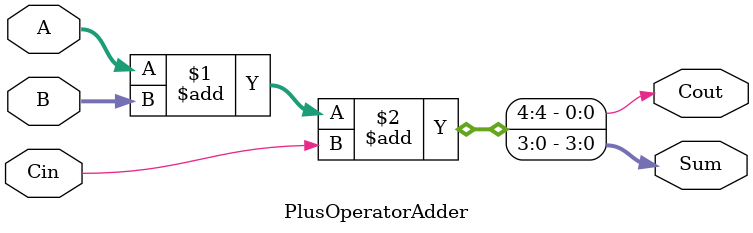
<source format=v>
module PlusOperatorAdder (
    input [3:0] A,
    input [3:0] B,
    input Cin,    
    output [3:0] Sum,
    output Cout
);

    assign {Cout, Sum} = A + B +Cin;

endmodule
</source>
